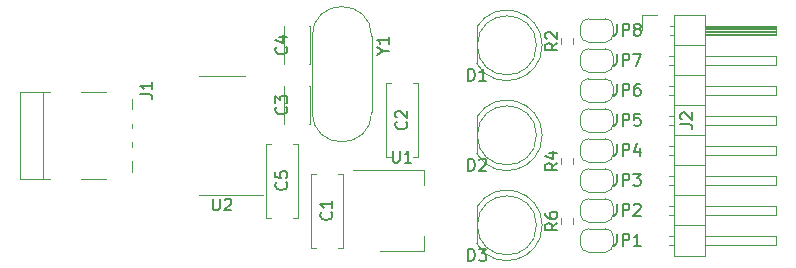
<source format=gbr>
%TF.GenerationSoftware,KiCad,Pcbnew,(5.1.7)-1*%
%TF.CreationDate,2020-12-05T19:57:28+01:00*%
%TF.ProjectId,WiFi-RC-Switch-Programmer,57694669-2d52-4432-9d53-77697463682d,rev?*%
%TF.SameCoordinates,Original*%
%TF.FileFunction,Legend,Top*%
%TF.FilePolarity,Positive*%
%FSLAX46Y46*%
G04 Gerber Fmt 4.6, Leading zero omitted, Abs format (unit mm)*
G04 Created by KiCad (PCBNEW (5.1.7)-1) date 2020-12-05 19:57:28*
%MOMM*%
%LPD*%
G01*
G04 APERTURE LIST*
%ADD10C,0.120000*%
%ADD11C,0.150000*%
G04 APERTURE END LIST*
D10*
%TO.C,C1*%
X131980000Y-111110000D02*
X131980000Y-104870000D01*
X134720000Y-111110000D02*
X134720000Y-104870000D01*
X131980000Y-111110000D02*
X132425000Y-111110000D01*
X134275000Y-111110000D02*
X134720000Y-111110000D01*
X131980000Y-104870000D02*
X132425000Y-104870000D01*
X134275000Y-104870000D02*
X134720000Y-104870000D01*
%TO.C,C2*%
X138775000Y-103410000D02*
X138330000Y-103410000D01*
X141070000Y-103410000D02*
X140625000Y-103410000D01*
X138775000Y-97170000D02*
X138330000Y-97170000D01*
X141070000Y-97170000D02*
X140625000Y-97170000D01*
X138330000Y-97170000D02*
X138330000Y-103410000D01*
X141070000Y-97170000D02*
X141070000Y-103410000D01*
%TO.C,C3*%
X129690000Y-100660000D02*
X129690000Y-97420000D01*
X131930000Y-100660000D02*
X131930000Y-97420000D01*
X129690000Y-100660000D02*
X129755000Y-100660000D01*
X131865000Y-100660000D02*
X131930000Y-100660000D01*
X129690000Y-97420000D02*
X129755000Y-97420000D01*
X131865000Y-97420000D02*
X131930000Y-97420000D01*
%TO.C,C4*%
X129755000Y-95580000D02*
X129690000Y-95580000D01*
X131930000Y-95580000D02*
X131865000Y-95580000D01*
X129755000Y-92340000D02*
X129690000Y-92340000D01*
X131930000Y-92340000D02*
X131865000Y-92340000D01*
X129690000Y-92340000D02*
X129690000Y-95580000D01*
X131930000Y-92340000D02*
X131930000Y-95580000D01*
%TO.C,C5*%
X128615000Y-108570000D02*
X128170000Y-108570000D01*
X130910000Y-108570000D02*
X130465000Y-108570000D01*
X128615000Y-102330000D02*
X128170000Y-102330000D01*
X130910000Y-102330000D02*
X130465000Y-102330000D01*
X128170000Y-102330000D02*
X128170000Y-108570000D01*
X130910000Y-102330000D02*
X130910000Y-108570000D01*
%TO.C,D1*%
X146030000Y-92435000D02*
X146030000Y-95525000D01*
X151090000Y-93980000D02*
G75*
G03*
X151090000Y-93980000I-2500000J0D01*
G01*
X151580000Y-93980462D02*
G75*
G03*
X146030000Y-92435170I-2990000J462D01*
G01*
X151580000Y-93979538D02*
G75*
G02*
X146030000Y-95524830I-2990000J-462D01*
G01*
%TO.C,D2*%
X151580000Y-101599538D02*
G75*
G02*
X146030000Y-103144830I-2990000J-462D01*
G01*
X151580000Y-101600462D02*
G75*
G03*
X146030000Y-100055170I-2990000J462D01*
G01*
X151090000Y-101600000D02*
G75*
G03*
X151090000Y-101600000I-2500000J0D01*
G01*
X146030000Y-100055000D02*
X146030000Y-103145000D01*
%TO.C,D3*%
X146030000Y-107675000D02*
X146030000Y-110765000D01*
X151090000Y-109220000D02*
G75*
G03*
X151090000Y-109220000I-2500000J0D01*
G01*
X151580000Y-109220462D02*
G75*
G03*
X146030000Y-107675170I-2990000J462D01*
G01*
X151580000Y-109219538D02*
G75*
G02*
X146030000Y-110764830I-2990000J-462D01*
G01*
%TO.C,J1*%
X109940000Y-105300000D02*
X107340000Y-105300000D01*
X109940000Y-97900000D02*
X107340000Y-97900000D01*
X114640000Y-105300000D02*
X112540000Y-105300000D01*
X116840000Y-104700000D02*
X116840000Y-103800000D01*
X116840000Y-102200000D02*
X116840000Y-102600000D01*
X116840000Y-100600000D02*
X116840000Y-101000000D01*
X116840000Y-98500000D02*
X116840000Y-99400000D01*
X109340000Y-97900000D02*
X109340000Y-105300000D01*
X107340000Y-105300000D02*
X107340000Y-97900000D01*
X114640000Y-97900000D02*
X112540000Y-97900000D01*
%TO.C,J2*%
X160020000Y-91440000D02*
X161290000Y-91440000D01*
X160020000Y-92710000D02*
X160020000Y-91440000D01*
X162332929Y-110870000D02*
X162730000Y-110870000D01*
X162332929Y-110110000D02*
X162730000Y-110110000D01*
X171390000Y-110870000D02*
X165390000Y-110870000D01*
X171390000Y-110110000D02*
X171390000Y-110870000D01*
X165390000Y-110110000D02*
X171390000Y-110110000D01*
X162730000Y-109220000D02*
X165390000Y-109220000D01*
X162332929Y-108330000D02*
X162730000Y-108330000D01*
X162332929Y-107570000D02*
X162730000Y-107570000D01*
X171390000Y-108330000D02*
X165390000Y-108330000D01*
X171390000Y-107570000D02*
X171390000Y-108330000D01*
X165390000Y-107570000D02*
X171390000Y-107570000D01*
X162730000Y-106680000D02*
X165390000Y-106680000D01*
X162332929Y-105790000D02*
X162730000Y-105790000D01*
X162332929Y-105030000D02*
X162730000Y-105030000D01*
X171390000Y-105790000D02*
X165390000Y-105790000D01*
X171390000Y-105030000D02*
X171390000Y-105790000D01*
X165390000Y-105030000D02*
X171390000Y-105030000D01*
X162730000Y-104140000D02*
X165390000Y-104140000D01*
X162332929Y-103250000D02*
X162730000Y-103250000D01*
X162332929Y-102490000D02*
X162730000Y-102490000D01*
X171390000Y-103250000D02*
X165390000Y-103250000D01*
X171390000Y-102490000D02*
X171390000Y-103250000D01*
X165390000Y-102490000D02*
X171390000Y-102490000D01*
X162730000Y-101600000D02*
X165390000Y-101600000D01*
X162332929Y-100710000D02*
X162730000Y-100710000D01*
X162332929Y-99950000D02*
X162730000Y-99950000D01*
X171390000Y-100710000D02*
X165390000Y-100710000D01*
X171390000Y-99950000D02*
X171390000Y-100710000D01*
X165390000Y-99950000D02*
X171390000Y-99950000D01*
X162730000Y-99060000D02*
X165390000Y-99060000D01*
X162332929Y-98170000D02*
X162730000Y-98170000D01*
X162332929Y-97410000D02*
X162730000Y-97410000D01*
X171390000Y-98170000D02*
X165390000Y-98170000D01*
X171390000Y-97410000D02*
X171390000Y-98170000D01*
X165390000Y-97410000D02*
X171390000Y-97410000D01*
X162730000Y-96520000D02*
X165390000Y-96520000D01*
X162332929Y-95630000D02*
X162730000Y-95630000D01*
X162332929Y-94870000D02*
X162730000Y-94870000D01*
X171390000Y-95630000D02*
X165390000Y-95630000D01*
X171390000Y-94870000D02*
X171390000Y-95630000D01*
X165390000Y-94870000D02*
X171390000Y-94870000D01*
X162730000Y-93980000D02*
X165390000Y-93980000D01*
X162400000Y-93090000D02*
X162730000Y-93090000D01*
X162400000Y-92330000D02*
X162730000Y-92330000D01*
X165390000Y-92990000D02*
X171390000Y-92990000D01*
X165390000Y-92870000D02*
X171390000Y-92870000D01*
X165390000Y-92750000D02*
X171390000Y-92750000D01*
X165390000Y-92630000D02*
X171390000Y-92630000D01*
X165390000Y-92510000D02*
X171390000Y-92510000D01*
X165390000Y-92390000D02*
X171390000Y-92390000D01*
X171390000Y-93090000D02*
X165390000Y-93090000D01*
X171390000Y-92330000D02*
X171390000Y-93090000D01*
X165390000Y-92330000D02*
X171390000Y-92330000D01*
X165390000Y-91380000D02*
X162730000Y-91380000D01*
X165390000Y-111820000D02*
X165390000Y-91380000D01*
X162730000Y-111820000D02*
X165390000Y-111820000D01*
X162730000Y-91380000D02*
X162730000Y-111820000D01*
%TO.C,JP1*%
X154810000Y-110190000D02*
G75*
G02*
X155510000Y-109490000I700000J0D01*
G01*
X155510000Y-111490000D02*
G75*
G02*
X154810000Y-110790000I0J700000D01*
G01*
X157610000Y-110790000D02*
G75*
G02*
X156910000Y-111490000I-700000J0D01*
G01*
X156910000Y-109490000D02*
G75*
G02*
X157610000Y-110190000I0J-700000D01*
G01*
X154810000Y-110790000D02*
X154810000Y-110190000D01*
X156910000Y-111490000D02*
X155510000Y-111490000D01*
X157610000Y-110190000D02*
X157610000Y-110790000D01*
X155510000Y-109490000D02*
X156910000Y-109490000D01*
%TO.C,JP2*%
X155510000Y-106950000D02*
X156910000Y-106950000D01*
X157610000Y-107650000D02*
X157610000Y-108250000D01*
X156910000Y-108950000D02*
X155510000Y-108950000D01*
X154810000Y-108250000D02*
X154810000Y-107650000D01*
X156910000Y-106950000D02*
G75*
G02*
X157610000Y-107650000I0J-700000D01*
G01*
X157610000Y-108250000D02*
G75*
G02*
X156910000Y-108950000I-700000J0D01*
G01*
X155510000Y-108950000D02*
G75*
G02*
X154810000Y-108250000I0J700000D01*
G01*
X154810000Y-107650000D02*
G75*
G02*
X155510000Y-106950000I700000J0D01*
G01*
%TO.C,JP3*%
X154810000Y-105110000D02*
G75*
G02*
X155510000Y-104410000I700000J0D01*
G01*
X155510000Y-106410000D02*
G75*
G02*
X154810000Y-105710000I0J700000D01*
G01*
X157610000Y-105710000D02*
G75*
G02*
X156910000Y-106410000I-700000J0D01*
G01*
X156910000Y-104410000D02*
G75*
G02*
X157610000Y-105110000I0J-700000D01*
G01*
X154810000Y-105710000D02*
X154810000Y-105110000D01*
X156910000Y-106410000D02*
X155510000Y-106410000D01*
X157610000Y-105110000D02*
X157610000Y-105710000D01*
X155510000Y-104410000D02*
X156910000Y-104410000D01*
%TO.C,JP4*%
X155510000Y-101870000D02*
X156910000Y-101870000D01*
X157610000Y-102570000D02*
X157610000Y-103170000D01*
X156910000Y-103870000D02*
X155510000Y-103870000D01*
X154810000Y-103170000D02*
X154810000Y-102570000D01*
X156910000Y-101870000D02*
G75*
G02*
X157610000Y-102570000I0J-700000D01*
G01*
X157610000Y-103170000D02*
G75*
G02*
X156910000Y-103870000I-700000J0D01*
G01*
X155510000Y-103870000D02*
G75*
G02*
X154810000Y-103170000I0J700000D01*
G01*
X154810000Y-102570000D02*
G75*
G02*
X155510000Y-101870000I700000J0D01*
G01*
%TO.C,JP5*%
X155510000Y-99330000D02*
X156910000Y-99330000D01*
X157610000Y-100030000D02*
X157610000Y-100630000D01*
X156910000Y-101330000D02*
X155510000Y-101330000D01*
X154810000Y-100630000D02*
X154810000Y-100030000D01*
X156910000Y-99330000D02*
G75*
G02*
X157610000Y-100030000I0J-700000D01*
G01*
X157610000Y-100630000D02*
G75*
G02*
X156910000Y-101330000I-700000J0D01*
G01*
X155510000Y-101330000D02*
G75*
G02*
X154810000Y-100630000I0J700000D01*
G01*
X154810000Y-100030000D02*
G75*
G02*
X155510000Y-99330000I700000J0D01*
G01*
%TO.C,JP6*%
X154795000Y-97490000D02*
G75*
G02*
X155495000Y-96790000I700000J0D01*
G01*
X155495000Y-98790000D02*
G75*
G02*
X154795000Y-98090000I0J700000D01*
G01*
X157595000Y-98090000D02*
G75*
G02*
X156895000Y-98790000I-700000J0D01*
G01*
X156895000Y-96790000D02*
G75*
G02*
X157595000Y-97490000I0J-700000D01*
G01*
X154795000Y-98090000D02*
X154795000Y-97490000D01*
X156895000Y-98790000D02*
X155495000Y-98790000D01*
X157595000Y-97490000D02*
X157595000Y-98090000D01*
X155495000Y-96790000D02*
X156895000Y-96790000D01*
%TO.C,JP7*%
X155510000Y-94250000D02*
X156910000Y-94250000D01*
X157610000Y-94950000D02*
X157610000Y-95550000D01*
X156910000Y-96250000D02*
X155510000Y-96250000D01*
X154810000Y-95550000D02*
X154810000Y-94950000D01*
X156910000Y-94250000D02*
G75*
G02*
X157610000Y-94950000I0J-700000D01*
G01*
X157610000Y-95550000D02*
G75*
G02*
X156910000Y-96250000I-700000J0D01*
G01*
X155510000Y-96250000D02*
G75*
G02*
X154810000Y-95550000I0J700000D01*
G01*
X154810000Y-94950000D02*
G75*
G02*
X155510000Y-94250000I700000J0D01*
G01*
%TO.C,JP8*%
X154810000Y-92410000D02*
G75*
G02*
X155510000Y-91710000I700000J0D01*
G01*
X155510000Y-93710000D02*
G75*
G02*
X154810000Y-93010000I0J700000D01*
G01*
X157610000Y-93010000D02*
G75*
G02*
X156910000Y-93710000I-700000J0D01*
G01*
X156910000Y-91710000D02*
G75*
G02*
X157610000Y-92410000I0J-700000D01*
G01*
X154810000Y-93010000D02*
X154810000Y-92410000D01*
X156910000Y-93710000D02*
X155510000Y-93710000D01*
X157610000Y-92410000D02*
X157610000Y-93010000D01*
X155510000Y-91710000D02*
X156910000Y-91710000D01*
%TO.C,R2*%
X154192500Y-93877224D02*
X154192500Y-93367776D01*
X153147500Y-93877224D02*
X153147500Y-93367776D01*
%TO.C,R4*%
X153147500Y-104037224D02*
X153147500Y-103527776D01*
X154192500Y-104037224D02*
X154192500Y-103527776D01*
%TO.C,R6*%
X153147500Y-108607776D02*
X153147500Y-109117224D01*
X154192500Y-108607776D02*
X154192500Y-109117224D01*
%TO.C,U1*%
X135600000Y-104540000D02*
X141610000Y-104540000D01*
X137850000Y-111360000D02*
X141610000Y-111360000D01*
X141610000Y-104540000D02*
X141610000Y-105800000D01*
X141610000Y-111360000D02*
X141610000Y-110100000D01*
%TO.C,U2*%
X124460000Y-106660000D02*
X127910000Y-106660000D01*
X124460000Y-106660000D02*
X122510000Y-106660000D01*
X124460000Y-96540000D02*
X126410000Y-96540000D01*
X124460000Y-96540000D02*
X122510000Y-96540000D01*
%TO.C,Y1*%
X132095000Y-93220000D02*
X132095000Y-99620000D01*
X137145000Y-93220000D02*
X137145000Y-99620000D01*
X132095000Y-93220000D02*
G75*
G02*
X137145000Y-93220000I2525000J0D01*
G01*
X132095000Y-99620000D02*
G75*
G03*
X137145000Y-99620000I2525000J0D01*
G01*
%TO.C,C1*%
D11*
X133707142Y-108116666D02*
X133754761Y-108164285D01*
X133802380Y-108307142D01*
X133802380Y-108402380D01*
X133754761Y-108545238D01*
X133659523Y-108640476D01*
X133564285Y-108688095D01*
X133373809Y-108735714D01*
X133230952Y-108735714D01*
X133040476Y-108688095D01*
X132945238Y-108640476D01*
X132850000Y-108545238D01*
X132802380Y-108402380D01*
X132802380Y-108307142D01*
X132850000Y-108164285D01*
X132897619Y-108116666D01*
X133802380Y-107164285D02*
X133802380Y-107735714D01*
X133802380Y-107450000D02*
X132802380Y-107450000D01*
X132945238Y-107545238D01*
X133040476Y-107640476D01*
X133088095Y-107735714D01*
%TO.C,C2*%
X140057142Y-100456666D02*
X140104761Y-100504285D01*
X140152380Y-100647142D01*
X140152380Y-100742380D01*
X140104761Y-100885238D01*
X140009523Y-100980476D01*
X139914285Y-101028095D01*
X139723809Y-101075714D01*
X139580952Y-101075714D01*
X139390476Y-101028095D01*
X139295238Y-100980476D01*
X139200000Y-100885238D01*
X139152380Y-100742380D01*
X139152380Y-100647142D01*
X139200000Y-100504285D01*
X139247619Y-100456666D01*
X139247619Y-100075714D02*
X139200000Y-100028095D01*
X139152380Y-99932857D01*
X139152380Y-99694761D01*
X139200000Y-99599523D01*
X139247619Y-99551904D01*
X139342857Y-99504285D01*
X139438095Y-99504285D01*
X139580952Y-99551904D01*
X140152380Y-100123333D01*
X140152380Y-99504285D01*
%TO.C,C3*%
X129897142Y-99206666D02*
X129944761Y-99254285D01*
X129992380Y-99397142D01*
X129992380Y-99492380D01*
X129944761Y-99635238D01*
X129849523Y-99730476D01*
X129754285Y-99778095D01*
X129563809Y-99825714D01*
X129420952Y-99825714D01*
X129230476Y-99778095D01*
X129135238Y-99730476D01*
X129040000Y-99635238D01*
X128992380Y-99492380D01*
X128992380Y-99397142D01*
X129040000Y-99254285D01*
X129087619Y-99206666D01*
X128992380Y-98873333D02*
X128992380Y-98254285D01*
X129373333Y-98587619D01*
X129373333Y-98444761D01*
X129420952Y-98349523D01*
X129468571Y-98301904D01*
X129563809Y-98254285D01*
X129801904Y-98254285D01*
X129897142Y-98301904D01*
X129944761Y-98349523D01*
X129992380Y-98444761D01*
X129992380Y-98730476D01*
X129944761Y-98825714D01*
X129897142Y-98873333D01*
%TO.C,C4*%
X129897142Y-94126666D02*
X129944761Y-94174285D01*
X129992380Y-94317142D01*
X129992380Y-94412380D01*
X129944761Y-94555238D01*
X129849523Y-94650476D01*
X129754285Y-94698095D01*
X129563809Y-94745714D01*
X129420952Y-94745714D01*
X129230476Y-94698095D01*
X129135238Y-94650476D01*
X129040000Y-94555238D01*
X128992380Y-94412380D01*
X128992380Y-94317142D01*
X129040000Y-94174285D01*
X129087619Y-94126666D01*
X129325714Y-93269523D02*
X129992380Y-93269523D01*
X128944761Y-93507619D02*
X129659047Y-93745714D01*
X129659047Y-93126666D01*
%TO.C,C5*%
X129897142Y-105576666D02*
X129944761Y-105624285D01*
X129992380Y-105767142D01*
X129992380Y-105862380D01*
X129944761Y-106005238D01*
X129849523Y-106100476D01*
X129754285Y-106148095D01*
X129563809Y-106195714D01*
X129420952Y-106195714D01*
X129230476Y-106148095D01*
X129135238Y-106100476D01*
X129040000Y-106005238D01*
X128992380Y-105862380D01*
X128992380Y-105767142D01*
X129040000Y-105624285D01*
X129087619Y-105576666D01*
X128992380Y-104671904D02*
X128992380Y-105148095D01*
X129468571Y-105195714D01*
X129420952Y-105148095D01*
X129373333Y-105052857D01*
X129373333Y-104814761D01*
X129420952Y-104719523D01*
X129468571Y-104671904D01*
X129563809Y-104624285D01*
X129801904Y-104624285D01*
X129897142Y-104671904D01*
X129944761Y-104719523D01*
X129992380Y-104814761D01*
X129992380Y-105052857D01*
X129944761Y-105148095D01*
X129897142Y-105195714D01*
%TO.C,D1*%
X145311904Y-96972380D02*
X145311904Y-95972380D01*
X145550000Y-95972380D01*
X145692857Y-96020000D01*
X145788095Y-96115238D01*
X145835714Y-96210476D01*
X145883333Y-96400952D01*
X145883333Y-96543809D01*
X145835714Y-96734285D01*
X145788095Y-96829523D01*
X145692857Y-96924761D01*
X145550000Y-96972380D01*
X145311904Y-96972380D01*
X146835714Y-96972380D02*
X146264285Y-96972380D01*
X146550000Y-96972380D02*
X146550000Y-95972380D01*
X146454761Y-96115238D01*
X146359523Y-96210476D01*
X146264285Y-96258095D01*
%TO.C,D2*%
X145311904Y-104592380D02*
X145311904Y-103592380D01*
X145550000Y-103592380D01*
X145692857Y-103640000D01*
X145788095Y-103735238D01*
X145835714Y-103830476D01*
X145883333Y-104020952D01*
X145883333Y-104163809D01*
X145835714Y-104354285D01*
X145788095Y-104449523D01*
X145692857Y-104544761D01*
X145550000Y-104592380D01*
X145311904Y-104592380D01*
X146264285Y-103687619D02*
X146311904Y-103640000D01*
X146407142Y-103592380D01*
X146645238Y-103592380D01*
X146740476Y-103640000D01*
X146788095Y-103687619D01*
X146835714Y-103782857D01*
X146835714Y-103878095D01*
X146788095Y-104020952D01*
X146216666Y-104592380D01*
X146835714Y-104592380D01*
%TO.C,D3*%
X145311904Y-112212380D02*
X145311904Y-111212380D01*
X145550000Y-111212380D01*
X145692857Y-111260000D01*
X145788095Y-111355238D01*
X145835714Y-111450476D01*
X145883333Y-111640952D01*
X145883333Y-111783809D01*
X145835714Y-111974285D01*
X145788095Y-112069523D01*
X145692857Y-112164761D01*
X145550000Y-112212380D01*
X145311904Y-112212380D01*
X146216666Y-111212380D02*
X146835714Y-111212380D01*
X146502380Y-111593333D01*
X146645238Y-111593333D01*
X146740476Y-111640952D01*
X146788095Y-111688571D01*
X146835714Y-111783809D01*
X146835714Y-112021904D01*
X146788095Y-112117142D01*
X146740476Y-112164761D01*
X146645238Y-112212380D01*
X146359523Y-112212380D01*
X146264285Y-112164761D01*
X146216666Y-112117142D01*
%TO.C,J1*%
X117562380Y-98123333D02*
X118276666Y-98123333D01*
X118419523Y-98170952D01*
X118514761Y-98266190D01*
X118562380Y-98409047D01*
X118562380Y-98504285D01*
X118562380Y-97123333D02*
X118562380Y-97694761D01*
X118562380Y-97409047D02*
X117562380Y-97409047D01*
X117705238Y-97504285D01*
X117800476Y-97599523D01*
X117848095Y-97694761D01*
%TO.C,J2*%
X163282380Y-100663333D02*
X163996666Y-100663333D01*
X164139523Y-100710952D01*
X164234761Y-100806190D01*
X164282380Y-100949047D01*
X164282380Y-101044285D01*
X163377619Y-100234761D02*
X163330000Y-100187142D01*
X163282380Y-100091904D01*
X163282380Y-99853809D01*
X163330000Y-99758571D01*
X163377619Y-99710952D01*
X163472857Y-99663333D01*
X163568095Y-99663333D01*
X163710952Y-99710952D01*
X164282380Y-100282380D01*
X164282380Y-99663333D01*
%TO.C,JP1*%
X157916666Y-109942380D02*
X157916666Y-110656666D01*
X157869047Y-110799523D01*
X157773809Y-110894761D01*
X157630952Y-110942380D01*
X157535714Y-110942380D01*
X158392857Y-110942380D02*
X158392857Y-109942380D01*
X158773809Y-109942380D01*
X158869047Y-109990000D01*
X158916666Y-110037619D01*
X158964285Y-110132857D01*
X158964285Y-110275714D01*
X158916666Y-110370952D01*
X158869047Y-110418571D01*
X158773809Y-110466190D01*
X158392857Y-110466190D01*
X159916666Y-110942380D02*
X159345238Y-110942380D01*
X159630952Y-110942380D02*
X159630952Y-109942380D01*
X159535714Y-110085238D01*
X159440476Y-110180476D01*
X159345238Y-110228095D01*
%TO.C,JP2*%
X157916666Y-107402380D02*
X157916666Y-108116666D01*
X157869047Y-108259523D01*
X157773809Y-108354761D01*
X157630952Y-108402380D01*
X157535714Y-108402380D01*
X158392857Y-108402380D02*
X158392857Y-107402380D01*
X158773809Y-107402380D01*
X158869047Y-107450000D01*
X158916666Y-107497619D01*
X158964285Y-107592857D01*
X158964285Y-107735714D01*
X158916666Y-107830952D01*
X158869047Y-107878571D01*
X158773809Y-107926190D01*
X158392857Y-107926190D01*
X159345238Y-107497619D02*
X159392857Y-107450000D01*
X159488095Y-107402380D01*
X159726190Y-107402380D01*
X159821428Y-107450000D01*
X159869047Y-107497619D01*
X159916666Y-107592857D01*
X159916666Y-107688095D01*
X159869047Y-107830952D01*
X159297619Y-108402380D01*
X159916666Y-108402380D01*
%TO.C,JP3*%
X157916666Y-104862380D02*
X157916666Y-105576666D01*
X157869047Y-105719523D01*
X157773809Y-105814761D01*
X157630952Y-105862380D01*
X157535714Y-105862380D01*
X158392857Y-105862380D02*
X158392857Y-104862380D01*
X158773809Y-104862380D01*
X158869047Y-104910000D01*
X158916666Y-104957619D01*
X158964285Y-105052857D01*
X158964285Y-105195714D01*
X158916666Y-105290952D01*
X158869047Y-105338571D01*
X158773809Y-105386190D01*
X158392857Y-105386190D01*
X159297619Y-104862380D02*
X159916666Y-104862380D01*
X159583333Y-105243333D01*
X159726190Y-105243333D01*
X159821428Y-105290952D01*
X159869047Y-105338571D01*
X159916666Y-105433809D01*
X159916666Y-105671904D01*
X159869047Y-105767142D01*
X159821428Y-105814761D01*
X159726190Y-105862380D01*
X159440476Y-105862380D01*
X159345238Y-105814761D01*
X159297619Y-105767142D01*
%TO.C,JP4*%
X157916666Y-102322380D02*
X157916666Y-103036666D01*
X157869047Y-103179523D01*
X157773809Y-103274761D01*
X157630952Y-103322380D01*
X157535714Y-103322380D01*
X158392857Y-103322380D02*
X158392857Y-102322380D01*
X158773809Y-102322380D01*
X158869047Y-102370000D01*
X158916666Y-102417619D01*
X158964285Y-102512857D01*
X158964285Y-102655714D01*
X158916666Y-102750952D01*
X158869047Y-102798571D01*
X158773809Y-102846190D01*
X158392857Y-102846190D01*
X159821428Y-102655714D02*
X159821428Y-103322380D01*
X159583333Y-102274761D02*
X159345238Y-102989047D01*
X159964285Y-102989047D01*
%TO.C,JP5*%
X157916666Y-99782380D02*
X157916666Y-100496666D01*
X157869047Y-100639523D01*
X157773809Y-100734761D01*
X157630952Y-100782380D01*
X157535714Y-100782380D01*
X158392857Y-100782380D02*
X158392857Y-99782380D01*
X158773809Y-99782380D01*
X158869047Y-99830000D01*
X158916666Y-99877619D01*
X158964285Y-99972857D01*
X158964285Y-100115714D01*
X158916666Y-100210952D01*
X158869047Y-100258571D01*
X158773809Y-100306190D01*
X158392857Y-100306190D01*
X159869047Y-99782380D02*
X159392857Y-99782380D01*
X159345238Y-100258571D01*
X159392857Y-100210952D01*
X159488095Y-100163333D01*
X159726190Y-100163333D01*
X159821428Y-100210952D01*
X159869047Y-100258571D01*
X159916666Y-100353809D01*
X159916666Y-100591904D01*
X159869047Y-100687142D01*
X159821428Y-100734761D01*
X159726190Y-100782380D01*
X159488095Y-100782380D01*
X159392857Y-100734761D01*
X159345238Y-100687142D01*
%TO.C,JP6*%
X157916666Y-97242380D02*
X157916666Y-97956666D01*
X157869047Y-98099523D01*
X157773809Y-98194761D01*
X157630952Y-98242380D01*
X157535714Y-98242380D01*
X158392857Y-98242380D02*
X158392857Y-97242380D01*
X158773809Y-97242380D01*
X158869047Y-97290000D01*
X158916666Y-97337619D01*
X158964285Y-97432857D01*
X158964285Y-97575714D01*
X158916666Y-97670952D01*
X158869047Y-97718571D01*
X158773809Y-97766190D01*
X158392857Y-97766190D01*
X159821428Y-97242380D02*
X159630952Y-97242380D01*
X159535714Y-97290000D01*
X159488095Y-97337619D01*
X159392857Y-97480476D01*
X159345238Y-97670952D01*
X159345238Y-98051904D01*
X159392857Y-98147142D01*
X159440476Y-98194761D01*
X159535714Y-98242380D01*
X159726190Y-98242380D01*
X159821428Y-98194761D01*
X159869047Y-98147142D01*
X159916666Y-98051904D01*
X159916666Y-97813809D01*
X159869047Y-97718571D01*
X159821428Y-97670952D01*
X159726190Y-97623333D01*
X159535714Y-97623333D01*
X159440476Y-97670952D01*
X159392857Y-97718571D01*
X159345238Y-97813809D01*
%TO.C,JP7*%
X157916666Y-94702380D02*
X157916666Y-95416666D01*
X157869047Y-95559523D01*
X157773809Y-95654761D01*
X157630952Y-95702380D01*
X157535714Y-95702380D01*
X158392857Y-95702380D02*
X158392857Y-94702380D01*
X158773809Y-94702380D01*
X158869047Y-94750000D01*
X158916666Y-94797619D01*
X158964285Y-94892857D01*
X158964285Y-95035714D01*
X158916666Y-95130952D01*
X158869047Y-95178571D01*
X158773809Y-95226190D01*
X158392857Y-95226190D01*
X159297619Y-94702380D02*
X159964285Y-94702380D01*
X159535714Y-95702380D01*
%TO.C,JP8*%
X157916666Y-92162380D02*
X157916666Y-92876666D01*
X157869047Y-93019523D01*
X157773809Y-93114761D01*
X157630952Y-93162380D01*
X157535714Y-93162380D01*
X158392857Y-93162380D02*
X158392857Y-92162380D01*
X158773809Y-92162380D01*
X158869047Y-92210000D01*
X158916666Y-92257619D01*
X158964285Y-92352857D01*
X158964285Y-92495714D01*
X158916666Y-92590952D01*
X158869047Y-92638571D01*
X158773809Y-92686190D01*
X158392857Y-92686190D01*
X159535714Y-92590952D02*
X159440476Y-92543333D01*
X159392857Y-92495714D01*
X159345238Y-92400476D01*
X159345238Y-92352857D01*
X159392857Y-92257619D01*
X159440476Y-92210000D01*
X159535714Y-92162380D01*
X159726190Y-92162380D01*
X159821428Y-92210000D01*
X159869047Y-92257619D01*
X159916666Y-92352857D01*
X159916666Y-92400476D01*
X159869047Y-92495714D01*
X159821428Y-92543333D01*
X159726190Y-92590952D01*
X159535714Y-92590952D01*
X159440476Y-92638571D01*
X159392857Y-92686190D01*
X159345238Y-92781428D01*
X159345238Y-92971904D01*
X159392857Y-93067142D01*
X159440476Y-93114761D01*
X159535714Y-93162380D01*
X159726190Y-93162380D01*
X159821428Y-93114761D01*
X159869047Y-93067142D01*
X159916666Y-92971904D01*
X159916666Y-92781428D01*
X159869047Y-92686190D01*
X159821428Y-92638571D01*
X159726190Y-92590952D01*
%TO.C,R2*%
X152852380Y-93789166D02*
X152376190Y-94122500D01*
X152852380Y-94360595D02*
X151852380Y-94360595D01*
X151852380Y-93979642D01*
X151900000Y-93884404D01*
X151947619Y-93836785D01*
X152042857Y-93789166D01*
X152185714Y-93789166D01*
X152280952Y-93836785D01*
X152328571Y-93884404D01*
X152376190Y-93979642D01*
X152376190Y-94360595D01*
X151947619Y-93408214D02*
X151900000Y-93360595D01*
X151852380Y-93265357D01*
X151852380Y-93027261D01*
X151900000Y-92932023D01*
X151947619Y-92884404D01*
X152042857Y-92836785D01*
X152138095Y-92836785D01*
X152280952Y-92884404D01*
X152852380Y-93455833D01*
X152852380Y-92836785D01*
%TO.C,R4*%
X152852380Y-103949166D02*
X152376190Y-104282500D01*
X152852380Y-104520595D02*
X151852380Y-104520595D01*
X151852380Y-104139642D01*
X151900000Y-104044404D01*
X151947619Y-103996785D01*
X152042857Y-103949166D01*
X152185714Y-103949166D01*
X152280952Y-103996785D01*
X152328571Y-104044404D01*
X152376190Y-104139642D01*
X152376190Y-104520595D01*
X152185714Y-103092023D02*
X152852380Y-103092023D01*
X151804761Y-103330119D02*
X152519047Y-103568214D01*
X152519047Y-102949166D01*
%TO.C,R6*%
X152852380Y-109029166D02*
X152376190Y-109362500D01*
X152852380Y-109600595D02*
X151852380Y-109600595D01*
X151852380Y-109219642D01*
X151900000Y-109124404D01*
X151947619Y-109076785D01*
X152042857Y-109029166D01*
X152185714Y-109029166D01*
X152280952Y-109076785D01*
X152328571Y-109124404D01*
X152376190Y-109219642D01*
X152376190Y-109600595D01*
X151852380Y-108172023D02*
X151852380Y-108362500D01*
X151900000Y-108457738D01*
X151947619Y-108505357D01*
X152090476Y-108600595D01*
X152280952Y-108648214D01*
X152661904Y-108648214D01*
X152757142Y-108600595D01*
X152804761Y-108552976D01*
X152852380Y-108457738D01*
X152852380Y-108267261D01*
X152804761Y-108172023D01*
X152757142Y-108124404D01*
X152661904Y-108076785D01*
X152423809Y-108076785D01*
X152328571Y-108124404D01*
X152280952Y-108172023D01*
X152233333Y-108267261D01*
X152233333Y-108457738D01*
X152280952Y-108552976D01*
X152328571Y-108600595D01*
X152423809Y-108648214D01*
%TO.C,U1*%
X138938095Y-102902380D02*
X138938095Y-103711904D01*
X138985714Y-103807142D01*
X139033333Y-103854761D01*
X139128571Y-103902380D01*
X139319047Y-103902380D01*
X139414285Y-103854761D01*
X139461904Y-103807142D01*
X139509523Y-103711904D01*
X139509523Y-102902380D01*
X140509523Y-103902380D02*
X139938095Y-103902380D01*
X140223809Y-103902380D02*
X140223809Y-102902380D01*
X140128571Y-103045238D01*
X140033333Y-103140476D01*
X139938095Y-103188095D01*
%TO.C,U2*%
X123698095Y-106952380D02*
X123698095Y-107761904D01*
X123745714Y-107857142D01*
X123793333Y-107904761D01*
X123888571Y-107952380D01*
X124079047Y-107952380D01*
X124174285Y-107904761D01*
X124221904Y-107857142D01*
X124269523Y-107761904D01*
X124269523Y-106952380D01*
X124698095Y-107047619D02*
X124745714Y-107000000D01*
X124840952Y-106952380D01*
X125079047Y-106952380D01*
X125174285Y-107000000D01*
X125221904Y-107047619D01*
X125269523Y-107142857D01*
X125269523Y-107238095D01*
X125221904Y-107380952D01*
X124650476Y-107952380D01*
X125269523Y-107952380D01*
%TO.C,Y1*%
X138121190Y-94456190D02*
X138597380Y-94456190D01*
X137597380Y-94789523D02*
X138121190Y-94456190D01*
X137597380Y-94122857D01*
X138597380Y-93265714D02*
X138597380Y-93837142D01*
X138597380Y-93551428D02*
X137597380Y-93551428D01*
X137740238Y-93646666D01*
X137835476Y-93741904D01*
X137883095Y-93837142D01*
%TD*%
M02*

</source>
